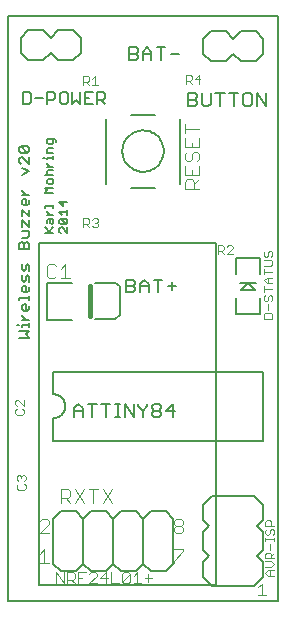
<source format=gto>
G75*
%MOIN*%
%OFA0B0*%
%FSLAX24Y24*%
%IPPOS*%
%LPD*%
%AMOC8*
5,1,8,0,0,1.08239X$1,22.5*
%
%ADD10C,0.0060*%
%ADD11C,0.0080*%
%ADD12C,0.0050*%
%ADD13C,0.0040*%
%ADD14C,0.0030*%
%ADD15C,0.0157*%
D10*
X001650Y005500D02*
X001650Y006250D01*
X001689Y006252D01*
X001728Y006258D01*
X001766Y006267D01*
X001803Y006280D01*
X001839Y006297D01*
X001872Y006317D01*
X001904Y006341D01*
X001933Y006367D01*
X001959Y006396D01*
X001983Y006428D01*
X002003Y006461D01*
X002020Y006497D01*
X002033Y006534D01*
X002042Y006572D01*
X002048Y006611D01*
X002050Y006650D01*
X002048Y006689D01*
X002042Y006728D01*
X002033Y006766D01*
X002020Y006803D01*
X002003Y006839D01*
X001983Y006872D01*
X001959Y006904D01*
X001933Y006933D01*
X001904Y006959D01*
X001872Y006983D01*
X001839Y007003D01*
X001803Y007020D01*
X001766Y007033D01*
X001728Y007042D01*
X001689Y007048D01*
X001650Y007050D01*
X001650Y007800D01*
X008650Y007800D01*
X008650Y005500D01*
X001650Y005500D01*
X000854Y008930D02*
X000520Y008930D01*
X000520Y009153D02*
X000854Y009153D01*
X000743Y009041D01*
X000854Y008930D01*
X000854Y009293D02*
X000854Y009404D01*
X000854Y009348D02*
X000632Y009348D01*
X000632Y009293D01*
X000520Y009348D02*
X000465Y009348D01*
X000632Y009534D02*
X000854Y009534D01*
X000799Y009836D02*
X000687Y009836D01*
X000632Y009892D01*
X000632Y010003D01*
X000687Y010059D01*
X000743Y010059D01*
X000743Y009836D01*
X000799Y009836D02*
X000854Y009892D01*
X000854Y010003D01*
X000854Y010199D02*
X000854Y010310D01*
X000854Y010254D02*
X000520Y010254D01*
X000520Y010199D01*
X000687Y010440D02*
X000632Y010496D01*
X000632Y010607D01*
X000687Y010663D01*
X000743Y010663D01*
X000743Y010440D01*
X000799Y010440D02*
X000687Y010440D01*
X000799Y010440D02*
X000854Y010496D01*
X000854Y010607D01*
X000854Y010803D02*
X000854Y010970D01*
X000799Y011026D01*
X000743Y010970D01*
X000743Y010859D01*
X000687Y010803D01*
X000632Y010859D01*
X000632Y011026D01*
X000687Y011166D02*
X000632Y011221D01*
X000632Y011388D01*
X000743Y011332D02*
X000743Y011221D01*
X000687Y011166D01*
X000743Y011332D02*
X000799Y011388D01*
X000854Y011332D01*
X000854Y011166D01*
X000854Y011891D02*
X000520Y011891D01*
X000520Y012058D01*
X000576Y012113D01*
X000632Y012113D01*
X000687Y012058D01*
X000687Y011891D01*
X000687Y012058D02*
X000743Y012113D01*
X000799Y012113D01*
X000854Y012058D01*
X000854Y011891D01*
X000799Y012253D02*
X000854Y012309D01*
X000854Y012476D01*
X000632Y012476D01*
X000632Y012616D02*
X000632Y012838D01*
X000854Y012616D01*
X000854Y012838D01*
X000854Y012978D02*
X000854Y013201D01*
X000799Y013341D02*
X000687Y013341D01*
X000632Y013396D01*
X000632Y013508D01*
X000687Y013563D01*
X000743Y013563D01*
X000743Y013341D01*
X000799Y013341D02*
X000854Y013396D01*
X000854Y013508D01*
X000854Y013703D02*
X000632Y013703D01*
X000743Y013703D02*
X000632Y013814D01*
X000632Y013870D01*
X000632Y014368D02*
X000854Y014479D01*
X000632Y014590D01*
X000576Y014730D02*
X000520Y014786D01*
X000520Y014897D01*
X000576Y014953D01*
X000632Y014953D01*
X000854Y014730D01*
X000854Y014953D01*
X000799Y015093D02*
X000854Y015148D01*
X000854Y015260D01*
X000799Y015315D01*
X000576Y015315D01*
X000799Y015093D01*
X000576Y015093D01*
X000520Y015148D01*
X000520Y015260D01*
X000576Y015315D01*
X000632Y013201D02*
X000854Y012978D01*
X000632Y012978D02*
X000632Y013201D01*
X000632Y012253D02*
X000799Y012253D01*
X000632Y009701D02*
X000632Y009646D01*
X000743Y009534D01*
D11*
X000150Y000150D02*
X009150Y000150D01*
X009150Y019650D01*
X000150Y019650D01*
X000150Y000150D01*
X001433Y009520D02*
X001433Y010760D01*
X002299Y010760D01*
X002299Y009520D02*
X001433Y009520D01*
X003047Y009540D02*
X003716Y009540D01*
X003874Y009678D01*
X003874Y010642D01*
X003716Y010760D01*
X003047Y010760D01*
X004098Y010860D02*
X004098Y010440D01*
X004309Y010440D01*
X004379Y010510D01*
X004379Y010580D01*
X004309Y010650D01*
X004098Y010650D01*
X004098Y010860D02*
X004309Y010860D01*
X004379Y010790D01*
X004379Y010720D01*
X004309Y010650D01*
X004559Y010650D02*
X004839Y010650D01*
X004839Y010720D02*
X004839Y010440D01*
X004839Y010720D02*
X004699Y010860D01*
X004559Y010720D01*
X004559Y010440D01*
X005019Y010860D02*
X005299Y010860D01*
X005159Y010860D02*
X005159Y010440D01*
X005480Y010650D02*
X005760Y010650D01*
X005620Y010790D02*
X005620Y010510D01*
X005044Y013930D02*
X004256Y013930D01*
X003961Y015150D02*
X003963Y015202D01*
X003969Y015254D01*
X003979Y015305D01*
X003992Y015355D01*
X004010Y015405D01*
X004031Y015452D01*
X004055Y015498D01*
X004084Y015542D01*
X004115Y015584D01*
X004149Y015623D01*
X004186Y015660D01*
X004226Y015693D01*
X004269Y015724D01*
X004313Y015751D01*
X004359Y015775D01*
X004408Y015795D01*
X004457Y015811D01*
X004508Y015824D01*
X004559Y015833D01*
X004611Y015838D01*
X004663Y015839D01*
X004715Y015836D01*
X004767Y015829D01*
X004818Y015818D01*
X004868Y015804D01*
X004917Y015785D01*
X004964Y015763D01*
X005009Y015738D01*
X005053Y015709D01*
X005094Y015677D01*
X005133Y015642D01*
X005168Y015604D01*
X005201Y015563D01*
X005231Y015521D01*
X005257Y015476D01*
X005280Y015429D01*
X005299Y015380D01*
X005315Y015330D01*
X005327Y015280D01*
X005335Y015228D01*
X005339Y015176D01*
X005339Y015124D01*
X005335Y015072D01*
X005327Y015020D01*
X005315Y014970D01*
X005299Y014920D01*
X005280Y014871D01*
X005257Y014824D01*
X005231Y014779D01*
X005201Y014737D01*
X005168Y014696D01*
X005133Y014658D01*
X005094Y014623D01*
X005053Y014591D01*
X005009Y014562D01*
X004964Y014537D01*
X004917Y014515D01*
X004868Y014496D01*
X004818Y014482D01*
X004767Y014471D01*
X004715Y014464D01*
X004663Y014461D01*
X004611Y014462D01*
X004559Y014467D01*
X004508Y014476D01*
X004457Y014489D01*
X004408Y014505D01*
X004359Y014525D01*
X004313Y014549D01*
X004269Y014576D01*
X004226Y014607D01*
X004186Y014640D01*
X004149Y014677D01*
X004115Y014716D01*
X004084Y014758D01*
X004055Y014802D01*
X004031Y014848D01*
X004010Y014895D01*
X003992Y014945D01*
X003979Y014995D01*
X003969Y015046D01*
X003963Y015098D01*
X003961Y015150D01*
X003430Y014067D02*
X003430Y016233D01*
X004256Y016370D02*
X005044Y016370D01*
X005870Y016233D02*
X005870Y014067D01*
X007756Y011595D02*
X007756Y011044D01*
X007874Y010768D02*
X008150Y010768D01*
X008386Y010532D01*
X007914Y010532D01*
X008150Y010768D01*
X008426Y010768D01*
X008544Y011044D02*
X008544Y011595D01*
X007756Y011595D01*
X007756Y010256D02*
X007756Y009705D01*
X008544Y009705D01*
X008544Y010256D01*
X008400Y018150D02*
X007900Y018150D01*
X007650Y018400D01*
X007400Y018150D01*
X006900Y018150D01*
X006650Y018400D01*
X006650Y018900D01*
X006900Y019150D01*
X007400Y019150D01*
X007650Y018900D01*
X007900Y019150D01*
X008400Y019150D01*
X008650Y018900D01*
X008650Y018400D01*
X008400Y018150D01*
X005851Y018400D02*
X005571Y018400D01*
X005391Y018610D02*
X005111Y018610D01*
X004931Y018470D02*
X004931Y018190D01*
X004931Y018400D02*
X004650Y018400D01*
X004650Y018470D02*
X004650Y018190D01*
X004470Y018260D02*
X004400Y018190D01*
X004190Y018190D01*
X004190Y018610D01*
X004400Y018610D01*
X004470Y018540D01*
X004470Y018470D01*
X004400Y018400D01*
X004190Y018400D01*
X004400Y018400D02*
X004470Y018330D01*
X004470Y018260D01*
X004650Y018470D02*
X004791Y018610D01*
X004931Y018470D01*
X005251Y018610D02*
X005251Y018190D01*
X002568Y018435D02*
X002568Y018935D01*
X002318Y019185D01*
X001818Y019185D01*
X001568Y018935D01*
X001318Y019185D01*
X000818Y019185D01*
X000568Y018935D01*
X000568Y018435D01*
X000818Y018185D01*
X001318Y018185D01*
X001568Y018435D01*
X001818Y018185D01*
X002318Y018185D01*
X002568Y018435D01*
D12*
X002561Y017120D02*
X002561Y016720D01*
X002428Y016853D01*
X002294Y016720D01*
X002294Y017120D01*
X002147Y017053D02*
X002147Y016786D01*
X002080Y016720D01*
X001947Y016720D01*
X001880Y016786D01*
X001880Y017053D01*
X001947Y017120D01*
X002080Y017120D01*
X002147Y017053D01*
X001732Y017053D02*
X001732Y016920D01*
X001666Y016853D01*
X001466Y016853D01*
X001466Y016720D02*
X001466Y017120D01*
X001666Y017120D01*
X001732Y017053D01*
X001318Y016920D02*
X001051Y016920D01*
X000904Y016786D02*
X000904Y017053D01*
X000837Y017120D01*
X000637Y017120D01*
X000637Y016720D01*
X000837Y016720D01*
X000904Y016786D01*
X001465Y015552D02*
X001465Y015417D01*
X001510Y015372D01*
X001600Y015372D01*
X001645Y015417D01*
X001645Y015552D01*
X001690Y015552D02*
X001465Y015552D01*
X001690Y015552D02*
X001735Y015507D01*
X001735Y015462D01*
X001645Y015257D02*
X001510Y015257D01*
X001465Y015212D01*
X001465Y015077D01*
X001645Y015077D01*
X001645Y014971D02*
X001645Y014880D01*
X001645Y014925D02*
X001465Y014925D01*
X001465Y014880D01*
X001375Y014925D02*
X001330Y014925D01*
X001465Y014770D02*
X001465Y014725D01*
X001555Y014635D01*
X001645Y014635D02*
X001465Y014635D01*
X001510Y014520D02*
X001645Y014520D01*
X001645Y014340D02*
X001375Y014340D01*
X001465Y014385D02*
X001465Y014475D01*
X001510Y014520D01*
X001465Y014385D02*
X001510Y014340D01*
X001510Y014226D02*
X001465Y014181D01*
X001465Y014091D01*
X001510Y014046D01*
X001600Y014046D01*
X001645Y014091D01*
X001645Y014181D01*
X001600Y014226D01*
X001510Y014226D01*
X001375Y013931D02*
X001645Y013931D01*
X001645Y013751D02*
X001375Y013751D01*
X001465Y013841D01*
X001375Y013931D01*
X001375Y013305D02*
X001645Y013305D01*
X001645Y013260D02*
X001645Y013350D01*
X001855Y013444D02*
X001990Y013309D01*
X001990Y013489D01*
X002125Y013444D02*
X001855Y013444D01*
X001855Y013104D02*
X002125Y013104D01*
X002125Y013014D02*
X002125Y013194D01*
X002080Y012900D02*
X002125Y012855D01*
X002125Y012765D01*
X002080Y012720D01*
X001900Y012900D01*
X002080Y012900D01*
X001945Y013014D02*
X001855Y013104D01*
X001900Y012900D02*
X001855Y012855D01*
X001855Y012765D01*
X001900Y012720D01*
X002080Y012720D01*
X002125Y012605D02*
X002125Y012425D01*
X001945Y012605D01*
X001900Y012605D01*
X001855Y012560D01*
X001855Y012470D01*
X001900Y012425D01*
X001645Y012425D02*
X001375Y012425D01*
X001510Y012470D02*
X001645Y012605D01*
X001600Y012720D02*
X001555Y012765D01*
X001555Y012900D01*
X001510Y012900D02*
X001645Y012900D01*
X001645Y012765D01*
X001600Y012720D01*
X001465Y012765D02*
X001465Y012855D01*
X001510Y012900D01*
X001555Y013014D02*
X001465Y013104D01*
X001465Y013149D01*
X001465Y013014D02*
X001645Y013014D01*
X001375Y012605D02*
X001555Y012425D01*
X001181Y012099D02*
X001181Y000681D01*
X007087Y000681D01*
X007087Y012099D01*
X001181Y012099D01*
X001375Y013260D02*
X001375Y013305D01*
X002709Y016720D02*
X002975Y016720D01*
X003123Y016720D02*
X003123Y017120D01*
X003323Y017120D01*
X003390Y017053D01*
X003390Y016920D01*
X003323Y016853D01*
X003123Y016853D01*
X002975Y017120D02*
X002709Y017120D01*
X002709Y016720D01*
X002709Y016920D02*
X002842Y016920D01*
X003256Y016853D02*
X003390Y016720D01*
X006145Y016645D02*
X006371Y016645D01*
X006446Y016720D01*
X006446Y016795D01*
X006371Y016870D01*
X006145Y016870D01*
X006145Y016645D02*
X006145Y017095D01*
X006371Y017095D01*
X006446Y017020D01*
X006446Y016945D01*
X006371Y016870D01*
X006606Y016720D02*
X006681Y016645D01*
X006831Y016645D01*
X006906Y016720D01*
X006906Y017095D01*
X007066Y017095D02*
X007367Y017095D01*
X007216Y017095D02*
X007216Y016645D01*
X007527Y017095D02*
X007827Y017095D01*
X007677Y017095D02*
X007677Y016645D01*
X007987Y016720D02*
X008062Y016645D01*
X008212Y016645D01*
X008287Y016720D01*
X008287Y017020D01*
X008212Y017095D01*
X008062Y017095D01*
X007987Y017020D01*
X007987Y016720D01*
X008447Y016645D02*
X008447Y017095D01*
X008748Y016645D01*
X008748Y017095D01*
X006606Y017095D02*
X006606Y016720D01*
X005640Y006725D02*
X005415Y006500D01*
X005715Y006500D01*
X005640Y006275D02*
X005640Y006725D01*
X005254Y006650D02*
X005254Y006575D01*
X005179Y006500D01*
X005029Y006500D01*
X004954Y006575D01*
X004954Y006650D01*
X005029Y006725D01*
X005179Y006725D01*
X005254Y006650D01*
X005179Y006500D02*
X005254Y006425D01*
X005254Y006350D01*
X005179Y006275D01*
X005029Y006275D01*
X004954Y006350D01*
X004954Y006425D01*
X005029Y006500D01*
X004794Y006650D02*
X004794Y006725D01*
X004794Y006650D02*
X004644Y006500D01*
X004644Y006275D01*
X004644Y006500D02*
X004494Y006650D01*
X004494Y006725D01*
X004334Y006725D02*
X004334Y006275D01*
X004033Y006725D01*
X004033Y006275D01*
X003877Y006275D02*
X003726Y006275D01*
X003802Y006275D02*
X003802Y006725D01*
X003877Y006725D02*
X003726Y006725D01*
X003566Y006725D02*
X003266Y006725D01*
X003416Y006725D02*
X003416Y006275D01*
X003106Y006725D02*
X002806Y006725D01*
X002956Y006725D02*
X002956Y006275D01*
X002646Y006275D02*
X002646Y006575D01*
X002495Y006725D01*
X002345Y006575D01*
X002345Y006275D01*
X002345Y006500D02*
X002646Y006500D01*
X002400Y003150D02*
X001900Y003150D01*
X001650Y002900D01*
X001650Y001400D01*
X001900Y001150D01*
X002400Y001150D01*
X002650Y001400D01*
X002650Y002900D01*
X002900Y003150D01*
X003400Y003150D01*
X003650Y002900D01*
X003650Y001400D01*
X003400Y001150D01*
X002900Y001150D01*
X002650Y001400D01*
X002650Y002900D02*
X002400Y003150D01*
X003650Y002900D02*
X003900Y003150D01*
X004400Y003150D01*
X004650Y002900D01*
X004650Y001400D01*
X004400Y001150D01*
X003900Y001150D01*
X003650Y001400D01*
X004650Y001400D02*
X004900Y001150D01*
X005400Y001150D01*
X005650Y001400D01*
X005650Y002900D01*
X005400Y003150D01*
X004900Y003150D01*
X004650Y002900D01*
X006650Y002850D02*
X006650Y003350D01*
X006950Y003650D01*
X008350Y003650D01*
X008650Y003350D01*
X008650Y002850D01*
X008450Y002650D01*
X008650Y002450D01*
X008650Y001850D01*
X008450Y001650D01*
X008650Y001450D01*
X008650Y000950D01*
X008350Y000650D01*
X006950Y000650D01*
X006650Y000950D01*
X006650Y001450D01*
X006850Y001650D01*
X006650Y001850D01*
X006650Y002450D01*
X006850Y002650D01*
X006650Y002850D01*
D13*
X005977Y002804D02*
X005977Y002727D01*
X005900Y002650D01*
X005747Y002650D01*
X005670Y002727D01*
X005670Y002804D01*
X005747Y002880D01*
X005900Y002880D01*
X005977Y002804D01*
X005900Y002650D02*
X005977Y002573D01*
X005977Y002497D01*
X005900Y002420D01*
X005747Y002420D01*
X005670Y002497D01*
X005670Y002573D01*
X005747Y002650D01*
X005670Y001880D02*
X005977Y001880D01*
X005977Y001804D01*
X005670Y001497D01*
X005670Y001420D01*
X003608Y003420D02*
X003301Y003880D01*
X003148Y003880D02*
X002841Y003880D01*
X002687Y003880D02*
X002380Y003420D01*
X002227Y003420D02*
X002073Y003573D01*
X002150Y003573D02*
X001920Y003573D01*
X001920Y003420D02*
X001920Y003880D01*
X002150Y003880D01*
X002227Y003804D01*
X002227Y003650D01*
X002150Y003573D01*
X002380Y003880D02*
X002687Y003420D01*
X002994Y003420D02*
X002994Y003880D01*
X003301Y003420D02*
X003608Y003880D01*
X001517Y002804D02*
X001440Y002880D01*
X001286Y002880D01*
X001210Y002804D01*
X001517Y002727D02*
X001210Y002420D01*
X001517Y002420D01*
X001517Y002727D02*
X001517Y002804D01*
X001363Y001880D02*
X001363Y001420D01*
X001210Y001420D02*
X001517Y001420D01*
X001210Y001727D02*
X001363Y001880D01*
X001526Y010925D02*
X001679Y010925D01*
X001756Y011002D01*
X001756Y011309D02*
X001679Y011386D01*
X001526Y011386D01*
X001449Y011309D01*
X001449Y011002D01*
X001526Y010925D01*
X001910Y010925D02*
X002217Y010925D01*
X002063Y010925D02*
X002063Y011386D01*
X001910Y011232D01*
X006051Y013898D02*
X006051Y014129D01*
X006128Y014205D01*
X006282Y014205D01*
X006358Y014129D01*
X006358Y013898D01*
X006358Y014052D02*
X006512Y014205D01*
X006512Y014359D02*
X006512Y014666D01*
X006435Y014819D02*
X006512Y014896D01*
X006512Y015049D01*
X006435Y015126D01*
X006358Y015126D01*
X006282Y015049D01*
X006282Y014896D01*
X006205Y014819D01*
X006128Y014819D01*
X006051Y014896D01*
X006051Y015049D01*
X006128Y015126D01*
X006051Y015280D02*
X006512Y015280D01*
X006512Y015586D01*
X006512Y015893D02*
X006051Y015893D01*
X006051Y015740D02*
X006051Y016047D01*
X006051Y015586D02*
X006051Y015280D01*
X006282Y015280D02*
X006282Y015433D01*
X006051Y014666D02*
X006051Y014359D01*
X006512Y014359D01*
X006282Y014359D02*
X006282Y014512D01*
X006512Y013898D02*
X006051Y013898D01*
D14*
X007152Y012018D02*
X007152Y011728D01*
X007152Y011825D02*
X007297Y011825D01*
X007345Y011873D01*
X007345Y011970D01*
X007297Y012018D01*
X007152Y012018D01*
X007249Y011825D02*
X007345Y011728D01*
X007447Y011728D02*
X007640Y011921D01*
X007640Y011970D01*
X007592Y012018D01*
X007495Y012018D01*
X007447Y011970D01*
X007447Y011728D02*
X007640Y011728D01*
X008675Y011772D02*
X008675Y011675D01*
X008723Y011627D01*
X008772Y011627D01*
X008820Y011675D01*
X008820Y011772D01*
X008868Y011820D01*
X008917Y011820D01*
X008965Y011772D01*
X008965Y011675D01*
X008917Y011627D01*
X008917Y011525D02*
X008675Y011525D01*
X008675Y011332D02*
X008917Y011332D01*
X008965Y011380D01*
X008965Y011477D01*
X008917Y011525D01*
X008675Y011772D02*
X008723Y011820D01*
X008675Y011231D02*
X008675Y011037D01*
X008675Y011134D02*
X008965Y011134D01*
X008965Y010936D02*
X008772Y010936D01*
X008675Y010839D01*
X008772Y010743D01*
X008965Y010743D01*
X008820Y010743D02*
X008820Y010936D01*
X008675Y010641D02*
X008675Y010448D01*
X008675Y010545D02*
X008965Y010545D01*
X008917Y010347D02*
X008868Y010347D01*
X008820Y010298D01*
X008820Y010202D01*
X008772Y010153D01*
X008723Y010153D01*
X008675Y010202D01*
X008675Y010298D01*
X008723Y010347D01*
X008820Y010052D02*
X008820Y009859D01*
X008917Y009757D02*
X008965Y009709D01*
X008965Y009564D01*
X008675Y009564D01*
X008675Y009709D01*
X008723Y009757D01*
X008917Y009757D01*
X008917Y010153D02*
X008965Y010202D01*
X008965Y010298D01*
X008917Y010347D01*
X006515Y017396D02*
X006515Y017686D01*
X006370Y017541D01*
X006563Y017541D01*
X006268Y017541D02*
X006220Y017492D01*
X006075Y017492D01*
X006075Y017396D02*
X006075Y017686D01*
X006220Y017686D01*
X006268Y017637D01*
X006268Y017541D01*
X006172Y017492D02*
X006268Y017396D01*
X003153Y017365D02*
X002960Y017365D01*
X003056Y017365D02*
X003056Y017655D01*
X002960Y017558D01*
X002858Y017510D02*
X002858Y017607D01*
X002810Y017655D01*
X002665Y017655D01*
X002665Y017365D01*
X002665Y017462D02*
X002810Y017462D01*
X002858Y017510D01*
X002762Y017462D02*
X002858Y017365D01*
X002810Y012904D02*
X002665Y012904D01*
X002665Y012614D01*
X002665Y012711D02*
X002810Y012711D01*
X002858Y012759D01*
X002858Y012856D01*
X002810Y012904D01*
X002762Y012711D02*
X002858Y012614D01*
X002960Y012662D02*
X003008Y012614D01*
X003105Y012614D01*
X003153Y012662D01*
X003153Y012711D01*
X003105Y012759D01*
X003056Y012759D01*
X003105Y012759D02*
X003153Y012807D01*
X003153Y012856D01*
X003105Y012904D01*
X003008Y012904D01*
X002960Y012856D01*
X000675Y006858D02*
X000675Y006664D01*
X000482Y006858D01*
X000433Y006858D01*
X000385Y006809D01*
X000385Y006713D01*
X000433Y006664D01*
X000433Y006563D02*
X000385Y006515D01*
X000385Y006418D01*
X000433Y006370D01*
X000627Y006370D01*
X000675Y006418D01*
X000675Y006515D01*
X000627Y006563D01*
X000642Y004352D02*
X000691Y004352D01*
X000739Y004303D01*
X000739Y004207D01*
X000691Y004158D01*
X000691Y004057D02*
X000739Y004009D01*
X000739Y003912D01*
X000691Y003864D01*
X000497Y003864D01*
X000449Y003912D01*
X000449Y004009D01*
X000497Y004057D01*
X000497Y004158D02*
X000449Y004207D01*
X000449Y004303D01*
X000497Y004352D01*
X000546Y004352D01*
X000594Y004303D01*
X000642Y004352D01*
X000594Y004303D02*
X000594Y004255D01*
X001756Y001110D02*
X002003Y000740D01*
X002003Y001110D01*
X002124Y001110D02*
X002309Y001110D01*
X002371Y001049D01*
X002371Y000925D01*
X002309Y000863D01*
X002124Y000863D01*
X002124Y000740D02*
X002124Y001110D01*
X002248Y000863D02*
X002371Y000740D01*
X002493Y000740D02*
X002493Y001110D01*
X002740Y001110D01*
X002616Y000925D02*
X002493Y000925D01*
X002861Y001049D02*
X002923Y001110D01*
X003046Y001110D01*
X003108Y001049D01*
X003108Y000987D01*
X002861Y000740D01*
X003108Y000740D01*
X003229Y000925D02*
X003476Y000925D01*
X003414Y000740D02*
X003414Y001110D01*
X003229Y000925D01*
X003598Y000740D02*
X003844Y000740D01*
X003966Y000802D02*
X004213Y001049D01*
X004213Y000802D01*
X004151Y000740D01*
X004028Y000740D01*
X003966Y000802D01*
X003966Y001049D01*
X004028Y001110D01*
X004151Y001110D01*
X004213Y001049D01*
X004334Y000987D02*
X004458Y001110D01*
X004458Y000740D01*
X004581Y000740D02*
X004334Y000740D01*
X004703Y000925D02*
X004949Y000925D01*
X004826Y000802D02*
X004826Y001049D01*
X003598Y001110D02*
X003598Y000740D01*
X001756Y000740D02*
X001756Y001110D01*
X008497Y000612D02*
X008620Y000735D01*
X008620Y000365D01*
X008497Y000365D02*
X008744Y000365D01*
X008826Y000983D02*
X008729Y001079D01*
X008826Y001176D01*
X009019Y001176D01*
X008922Y001277D02*
X009019Y001374D01*
X008922Y001471D01*
X008729Y001471D01*
X008729Y001572D02*
X008729Y001717D01*
X008777Y001765D01*
X008874Y001765D01*
X008922Y001717D01*
X008922Y001572D01*
X008922Y001669D02*
X009019Y001765D01*
X009019Y001572D02*
X008729Y001572D01*
X008729Y001277D02*
X008922Y001277D01*
X008874Y001176D02*
X008874Y000983D01*
X008826Y000983D02*
X009019Y000983D01*
X008874Y001867D02*
X008874Y002060D01*
X008729Y002161D02*
X008729Y002258D01*
X008729Y002210D02*
X009019Y002210D01*
X009019Y002258D02*
X009019Y002161D01*
X008971Y002358D02*
X009019Y002406D01*
X009019Y002503D01*
X008971Y002551D01*
X008922Y002551D01*
X008874Y002503D01*
X008874Y002406D01*
X008826Y002358D01*
X008777Y002358D01*
X008729Y002406D01*
X008729Y002503D01*
X008777Y002551D01*
X008729Y002652D02*
X008729Y002797D01*
X008777Y002846D01*
X008874Y002846D01*
X008922Y002797D01*
X008922Y002652D01*
X009019Y002652D02*
X008729Y002652D01*
D15*
X002893Y009644D02*
X002893Y010666D01*
M02*

</source>
